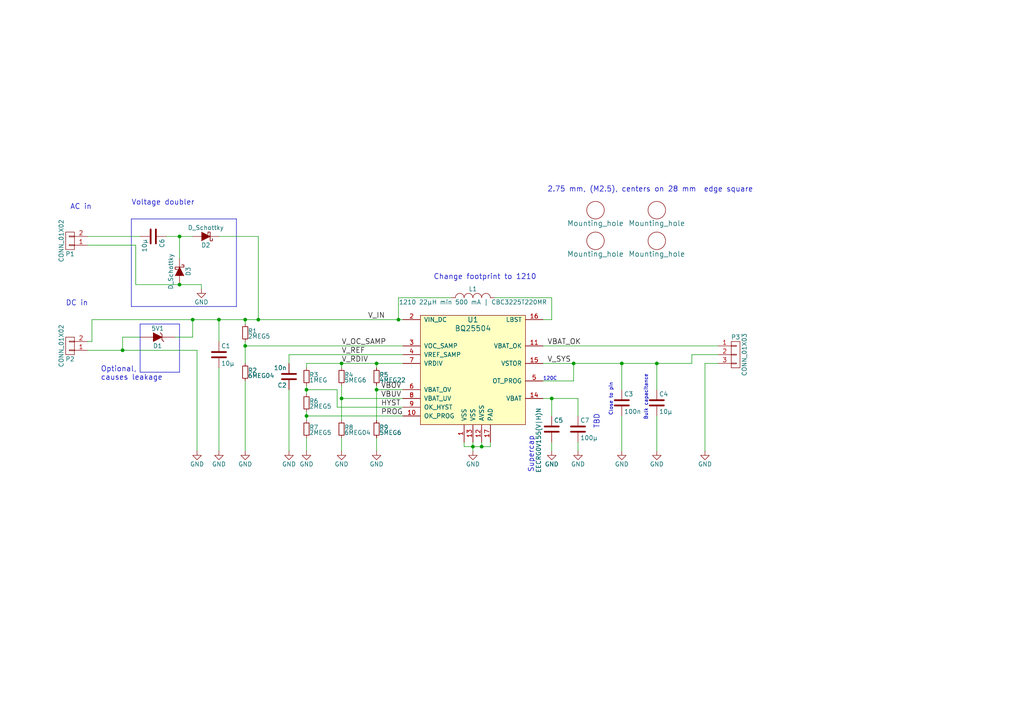
<source format=kicad_sch>
(kicad_sch (version 20230121) (generator eeschema)
  (paper "A4")
  (title_block (title "BQ25504 harvester board") (date "2015-10-27") (rev "0c8c7ee") (comment 1 "First proto version") (comment 2 "ojousima") (comment 3 "otso@ojousima.net"))
  (lib_symbols
    (symbol "bq25504-rescue:C" (pin_numbers hide) (pin_names (offset 0.254))
      (property "Reference" "C" (at 0.635 2.54 0))
      (property "Value" "C" (at 0.635 -2.54 0))
      (symbol "C_0_1"
        (polyline (pts (xy -2.032 -0.762) (xy 2.032 -0.762)) (stroke (width 0.508)))
        (polyline (pts (xy -2.032 0.762) (xy 2.032 0.762)) (stroke (width 0.508)))
      )
      (symbol "C_1_1"
        (pin passive line (at 0 3.81 270) (length 2.794) (name "~") (number "1"))
        (pin passive line (at 0 -3.81 90) (length 2.794) (name "~") (number "2"))
      )
    )
    (symbol "bq25504-rescue:CONN_01X02" (pin_names (offset 1.016) hide)
      (property "Reference" "P" (at 0 3.81 0))
      (property "Value" "CONN_01X02" (at 2.54 0 90))
      (symbol "CONN_01X02_0_1"
        (rectangle (start -1.27 -1.143) (end 0.254 -1.397))
        (rectangle (start -1.27 1.397) (end 0.254 1.143))
        (rectangle (start -1.27 2.54) (end 1.27 -2.54))
      )
      (symbol "CONN_01X02_1_1"
        (pin passive line (at -5.08 1.27 0) (length 3.81) (name "P1") (number "1"))
        (pin passive line (at -5.08 -1.27 0) (length 3.81) (name "P2") (number "2"))
      )
    )
    (symbol "bq25504-rescue:CONN_01X03" (pin_names (offset 1.016) hide)
      (property "Reference" "P" (at 0 5.08 0))
      (property "Value" "CONN_01X03" (at 2.54 0 90))
      (symbol "CONN_01X03_0_1"
        (rectangle (start -1.27 -2.413) (end 0.254 -2.667))
        (rectangle (start -1.27 0.127) (end 0.254 -0.127))
        (rectangle (start -1.27 2.667) (end 0.254 2.413))
        (rectangle (start -1.27 3.81) (end 1.27 -3.81))
      )
      (symbol "CONN_01X03_1_1"
        (pin passive line (at -5.08 2.54 0) (length 3.81) (name "P1") (number "1"))
        (pin passive line (at -5.08 0 0) (length 3.81) (name "P2") (number "2"))
        (pin passive line (at -5.08 -2.54 0) (length 3.81) (name "P3") (number "3"))
      )
    )
    (symbol "bq25504-rescue:D_Schottky" (pin_numbers hide) (pin_names (offset 1.016) hide)
      (property "Reference" "D" (at 0 2.54 0))
      (property "Value" "D_Schottky" (at 0 -2.54 0))
      (symbol "D_Schottky_0_1"
        (polyline (pts (xy 1.27 1.27) (xy -1.27 0) (xy 1.27 -1.27)) (fill (type outline)))
        (polyline (pts (xy -1.905 0.635) (xy -1.905 1.27) (xy -1.27 1.27) (xy -1.27 -1.27) (xy -0.635 -1.27) (xy -0.635 -0.635)) (stroke (width 0.2032)))
      )
      (symbol "D_Schottky_1_1"
        (pin passive line (at -3.81 0 0) (length 2.54) (name "K") (number "1"))
        (pin passive line (at 3.81 0 180) (length 2.54) (name "A") (number "2"))
      )
    )
    (symbol "bq25504-rescue:GND" (power) (pin_names (offset 0))
      (property "Value" "GND" (at 0 -3.81 0))
      (symbol "GND_0_1"
        (polyline (pts (xy 0 0) (xy 0 -1.27) (xy 1.27 -1.27) (xy 0 -2.54) (xy -1.27 -1.27) (xy 0 -1.27)))
      )
      (symbol "GND_1_1"
        (pin power_in line (at 0 0 270) (length 0) hide (name "GND") (number "1"))
      )
    )
    (symbol "bq25504-rescue:INDUCTOR_SMALL" (pin_numbers hide) (pin_names (offset 0) hide)
      (property "Reference" "L" (at 0 2.54 0))
      (property "Value" "INDUCTOR_SMALL" (at 0 -1.27 0))
      (symbol "INDUCTOR_SMALL_0_1"
        (arc (start -2.54 0) (mid -3.81 1.2645) (end -5.08 0))
        (arc (start 0 0) (mid -1.27 1.2645) (end -2.54 0))
        (arc (start 2.54 0) (mid 1.27 1.2645) (end 0 0))
        (arc (start 5.08 0) (mid 3.81 1.2645) (end 2.54 0))
      )
      (symbol "INDUCTOR_SMALL_1_1"
        (pin input line (at -6.35 0 0) (length 1.27) (name "1") (number "1"))
        (pin input line (at 6.35 0 180) (length 1.27) (name "2") (number "2"))
      )
    )
    (symbol "bq25504-rescue:R_Small" (pin_numbers hide) (pin_names (offset 0.254) hide)
      (property "Reference" "R" (at 0.762 0.508 0))
      (property "Value" "R_Small" (at 0.762 -1.016 0))
      (symbol "R_Small_0_1"
        (rectangle (start -0.762 1.778) (end 0.762 -1.778) (stroke (width 0.2032)))
      )
      (symbol "R_Small_1_1"
        (pin passive line (at 0 2.54 270) (length 0.762) (name "~") (number "1"))
        (pin passive line (at 0 -2.54 90) (length 0.762) (name "~") (number "2"))
      )
    )
    (symbol "bq25504-rescue:ZENER" (pin_numbers hide) (pin_names (offset 1.016) hide)
      (property "Reference" "D" (at 0 2.54 0))
      (property "Value" "ZENER" (at 0 -2.54 0))
      (symbol "ZENER_0_1"
        (polyline (pts (xy -1.778 1.27) (xy -1.27 0.762) (xy -1.27 -0.762) (xy -0.762 -1.27) (xy -0.762 -1.27)) (stroke (width 0.2032)))
        (polyline (pts (xy -1.27 0) (xy 1.27 1.27) (xy 1.27 -1.27) (xy -1.27 0) (xy -1.27 0)) (fill (type outline)))
      )
      (symbol "ZENER_1_1"
        (pin passive line (at -5.08 0 0) (length 3.81) (name "K") (number "1"))
        (pin passive line (at 5.08 0 180) (length 3.81) (name "A") (number "2"))
      )
    )
    (symbol "bq25504:BQ25504" (pin_names (offset 1.016))
      (property "Reference" "U" (at 0 20.32 0))
      (property "Value" "BQ25504" (at 0 17.78 0))
      (symbol "BQ25504_0_1"
        (rectangle (start -15.24 19.05) (end 15.24 -12.7) (fill (type background)))
      )
      (symbol "BQ25504_1_1"
        (pin power_in line (at -2.54 -17.78 90) (length 5.08) (name "VSS") (number "1"))
        (pin input line (at -20.32 -10.16 0) (length 5.08) (name "OK_PROG") (number "10"))
        (pin output line (at 20.32 10.16 180) (length 5.08) (name "VBAT_OK") (number "11"))
        (pin input line (at 2.54 -17.78 90) (length 5.08) (name "AVSS") (number "12"))
        (pin power_in line (at 0 -17.78 90) (length 5.08) (name "VSS") (number "13"))
        (pin bidirectional line (at 20.32 -5.08 180) (length 5.08) (name "VBAT") (number "14"))
        (pin output line (at 20.32 5.08 180) (length 5.08) (name "VSTOR") (number "15"))
        (pin input line (at 20.32 17.78 180) (length 5.08) (name "LBST") (number "16"))
        (pin passive line (at 5.08 -17.78 90) (length 5.08) (name "PAD") (number "17"))
        (pin power_in line (at -20.32 17.78 0) (length 5.08) (name "VIN_DC") (number "2"))
        (pin input line (at -20.32 10.16 0) (length 5.08) (name "VOC_SAMP") (number "3"))
        (pin input line (at -20.32 7.62 0) (length 5.08) (name "VREF_SAMP") (number "4"))
        (pin input line (at 20.32 0 180) (length 5.08) (name "OT_PROG") (number "5"))
        (pin input line (at -20.32 -2.54 0) (length 5.08) (name "VBAT_OV") (number "6"))
        (pin output line (at -20.32 5.08 0) (length 5.08) (name "VRDIV") (number "7"))
        (pin output line (at -20.32 -5.08 0) (length 5.08) (name "VBAT_UV") (number "8"))
        (pin input line (at -20.32 -7.62 0) (length 5.08) (name "OK_HYST") (number "9"))
      )
    )
    (symbol "mounting_hole:Mounting_hole" (pin_names (offset 1.016))
      (property "Value" "Mounting_hole" (at 0 -3.81 0))
      (symbol "Mounting_hole_0_1"
        (circle (center 0 0) (radius 2.54))
      )
    )
  )
  (junction (at 74.93 92.71))
  (junction (at 115.57 92.71))
  (junction (at 35.56 101.6))
  (junction (at 166.37 105.41))
  (junction (at 180.34 105.41))
  (junction (at 52.07 82.55))
  (junction (at 88.9 120.65))
  (junction (at 109.22 105.41))
  (junction (at 71.12 92.71))
  (junction (at 71.12 100.33))
  (junction (at 139.7 129.54))
  (junction (at 190.5 105.41))
  (junction (at 52.07 68.58))
  (junction (at 88.9 113.03))
  (junction (at 55.88 92.71))
  (junction (at 99.06 105.41))
  (junction (at 99.06 115.57))
  (junction (at 137.16 129.54))
  (junction (at 109.22 113.03))
  (junction (at 63.5 92.71))
  (junction (at 160.02 115.57))
  (wire (pts (xy 208.28 102.87) (xy 200.66 102.87)))
  (wire (pts (xy 25.4 68.58) (xy 40.64 68.58)))
  (polyline (pts (xy 68.58 63.5) (xy 68.58 88.9)))
  (wire (pts (xy 160.02 86.36) (xy 160.02 92.71)))
  (wire (pts (xy 71.12 92.71) (xy 74.93 92.71)))
  (wire (pts (xy 71.12 100.33) (xy 116.84 100.33)))
  (wire (pts (xy 52.07 82.55) (xy 58.42 82.55)))
  (wire (pts (xy 160.02 128.27) (xy 160.02 130.81)))
  (wire (pts (xy 88.9 105.41) (xy 99.06 105.41)))
  (wire (pts (xy 190.5 105.41) (xy 200.66 105.41)))
  (wire (pts (xy 83.82 113.03) (xy 83.82 130.81)))
  (wire (pts (xy 88.9 113.03) (xy 88.9 114.3)))
  (wire (pts (xy 143.51 86.36) (xy 160.02 86.36)))
  (wire (pts (xy 35.56 101.6) (xy 57.15 101.6)))
  (polyline (pts (xy 40.64 107.95) (xy 40.64 93.98)))
  (wire (pts (xy 99.06 111.76) (xy 99.06 115.57)))
  (polyline (pts (xy 38.1 63.5) (xy 68.58 63.5)))
  (wire (pts (xy 166.37 105.41) (xy 180.34 105.41)))
  (wire (pts (xy 137.16 128.27) (xy 137.16 129.54)))
  (wire (pts (xy 25.4 71.12) (xy 39.37 71.12)))
  (wire (pts (xy 157.48 110.49) (xy 166.37 110.49)))
  (wire (pts (xy 99.06 105.41) (xy 109.22 105.41)))
  (wire (pts (xy 180.34 120.65) (xy 180.34 130.81)))
  (wire (pts (xy 55.88 97.79) (xy 55.88 92.71)))
  (wire (pts (xy 35.56 97.79) (xy 40.64 97.79)))
  (wire (pts (xy 208.28 105.41) (xy 204.47 105.41)))
  (wire (pts (xy 109.22 106.68) (xy 109.22 105.41)))
  (wire (pts (xy 180.34 105.41) (xy 190.5 105.41)))
  (wire (pts (xy 130.81 86.36) (xy 115.57 86.36)))
  (wire (pts (xy 180.34 113.03) (xy 180.34 105.41)))
  (wire (pts (xy 134.62 128.27) (xy 134.62 129.54)))
  (wire (pts (xy 109.22 111.76) (xy 109.22 113.03)))
  (wire (pts (xy 134.62 129.54) (xy 137.16 129.54)))
  (wire (pts (xy 99.06 105.41) (xy 99.06 106.68)))
  (wire (pts (xy 116.84 120.65) (xy 88.9 120.65)))
  (wire (pts (xy 200.66 102.87) (xy 200.66 105.41)))
  (wire (pts (xy 35.56 97.79) (xy 35.56 101.6)))
  (wire (pts (xy 48.26 68.58) (xy 52.07 68.58)))
  (wire (pts (xy 190.5 105.41) (xy 190.5 113.03)))
  (wire (pts (xy 63.5 92.71) (xy 63.5 99.06)))
  (wire (pts (xy 109.22 113.03) (xy 109.22 121.92)))
  (wire (pts (xy 139.7 129.54) (xy 142.24 129.54)))
  (wire (pts (xy 99.06 115.57) (xy 99.06 121.92)))
  (wire (pts (xy 116.84 102.87) (xy 83.82 102.87)))
  (wire (pts (xy 116.84 113.03) (xy 109.22 113.03)))
  (wire (pts (xy 88.9 127) (xy 88.9 130.81)))
  (wire (pts (xy 99.06 127) (xy 99.06 130.81)))
  (wire (pts (xy 63.5 92.71) (xy 71.12 92.71)))
  (wire (pts (xy 26.67 99.06) (xy 26.67 92.71)))
  (polyline (pts (xy 40.64 93.98) (xy 52.07 93.98)))
  (wire (pts (xy 63.5 68.58) (xy 74.93 68.58)))
  (wire (pts (xy 71.12 110.49) (xy 71.12 130.81)))
  (wire (pts (xy 52.07 74.93) (xy 52.07 68.58)))
  (wire (pts (xy 190.5 120.65) (xy 190.5 130.81)))
  (wire (pts (xy 157.48 115.57) (xy 160.02 115.57)))
  (wire (pts (xy 139.7 129.54) (xy 139.7 128.27)))
  (polyline (pts (xy 52.07 107.95) (xy 40.64 107.95)))
  (wire (pts (xy 25.4 101.6) (xy 35.56 101.6)))
  (wire (pts (xy 39.37 82.55) (xy 52.07 82.55)))
  (wire (pts (xy 137.16 129.54) (xy 137.16 130.81)))
  (wire (pts (xy 160.02 115.57) (xy 160.02 120.65)))
  (wire (pts (xy 157.48 105.41) (xy 166.37 105.41)))
  (wire (pts (xy 204.47 105.41) (xy 204.47 130.81)))
  (wire (pts (xy 52.07 68.58) (xy 55.88 68.58)))
  (wire (pts (xy 88.9 111.76) (xy 88.9 113.03)))
  (wire (pts (xy 137.16 129.54) (xy 139.7 129.54)))
  (wire (pts (xy 58.42 82.55) (xy 58.42 83.82)))
  (polyline (pts (xy 68.58 88.9) (xy 38.1 88.9)))
  (wire (pts (xy 97.79 118.11) (xy 97.79 113.03)))
  (wire (pts (xy 71.12 100.33) (xy 71.12 105.41)))
  (wire (pts (xy 167.64 128.27) (xy 167.64 130.81)))
  (wire (pts (xy 88.9 119.38) (xy 88.9 120.65)))
  (wire (pts (xy 116.84 115.57) (xy 99.06 115.57)))
  (wire (pts (xy 63.5 106.68) (xy 63.5 130.81)))
  (wire (pts (xy 160.02 115.57) (xy 167.64 115.57)))
  (wire (pts (xy 88.9 120.65) (xy 88.9 121.92)))
  (wire (pts (xy 57.15 101.6) (xy 57.15 130.81)))
  (wire (pts (xy 25.4 99.06) (xy 26.67 99.06)))
  (wire (pts (xy 55.88 92.71) (xy 63.5 92.71)))
  (polyline (pts (xy 38.1 88.9) (xy 38.1 63.5)))
  (wire (pts (xy 74.93 92.71) (xy 115.57 92.71)))
  (wire (pts (xy 166.37 110.49) (xy 166.37 105.41)))
  (wire (pts (xy 109.22 127) (xy 109.22 130.81)))
  (wire (pts (xy 26.67 92.71) (xy 55.88 92.71)))
  (wire (pts (xy 115.57 86.36) (xy 115.57 92.71)))
  (wire (pts (xy 142.24 129.54) (xy 142.24 128.27)))
  (wire (pts (xy 115.57 92.71) (xy 116.84 92.71)))
  (wire (pts (xy 74.93 68.58) (xy 74.93 92.71)))
  (wire (pts (xy 39.37 71.12) (xy 39.37 82.55)))
  (wire (pts (xy 71.12 99.06) (xy 71.12 100.33)))
  (wire (pts (xy 50.8 97.79) (xy 55.88 97.79)))
  (wire (pts (xy 167.64 115.57) (xy 167.64 120.65)))
  (wire (pts (xy 88.9 105.41) (xy 88.9 106.68)))
  (wire (pts (xy 116.84 118.11) (xy 97.79 118.11)))
  (wire (pts (xy 160.02 92.71) (xy 157.48 92.71)))
  (wire (pts (xy 109.22 105.41) (xy 116.84 105.41)))
  (wire (pts (xy 83.82 102.87) (xy 83.82 105.41)))
  (wire (pts (xy 97.79 113.03) (xy 88.9 113.03)))
  (wire (pts (xy 157.48 100.33) (xy 208.28 100.33)))
  (polyline (pts (xy 52.07 93.98) (xy 52.07 107.95)))
  (wire (pts (xy 71.12 92.71) (xy 71.12 93.98)))
  (text "Close to pin" (at 177.8 120.65 90) (effects (font (size 1.016 1.016)) (justify left bottom)))
  (text "DC in" (at 19.05 88.9 0) (effects (font (size 1.524 1.524)) (justify left bottom)))
  (text "Change footprint to 1210" (at 125.73 81.28 0) (effects (font (size 1.524 1.524)) (justify left bottom)))
  (text "AC in" (at 20.32 60.96 0) (effects (font (size 1.524 1.524)) (justify left bottom)))
  (text "TBD" (at 173.99 124.46 90) (effects (font (size 1.524 1.524)) (justify left bottom)))
  (text "2.75 mm, (M2.5), centers on 28 mm  edge square" (at 158.75 55.88 0) (effects (font (size 1.524 1.524)) (justify left bottom)))
  (text "120C" (at 157.48 110.49 0) (effects (font (size 1.016 1.016)) (justify left bottom)))
  (text "Voltage doubler" (at 38.1 59.69 0) (effects (font (size 1.524 1.524)) (justify left bottom)))
  (text "Optional,\ncauses leakage" (at 29.21 110.49 0) (effects (font (size 1.524 1.524)) (justify left bottom)))
  (text "Bulk capacitance" (at 187.96 121.92 90) (effects (font (size 1.016 1.016)) (justify left bottom)))
  (text "Supercap" (at 154.94 137.16 90) (effects (font (size 1.524 1.524)) (justify left bottom)))
  (label "V_SYS" (at 158.75 105.41 0) (effects (font (size 1.524 1.524))))
  (label "V_IN" (at 106.68 92.71 0) (effects (font (size 1.524 1.524))))
  (label "V_REF" (at 99.06 102.87 0) (effects (font (size 1.524 1.524))))
  (label "VBAT_OK" (at 158.75 100.33 0) (effects (font (size 1.524 1.524))))
  (label "V_OC_SAMP" (at 99.06 100.33 0) (effects (font (size 1.524 1.524))))
  (label "VBUV" (at 110.49 115.57 0) (effects (font (size 1.524 1.524))))
  (label "HYST" (at 110.49 118.11 0) (effects (font (size 1.524 1.524))))
  (label "PROG" (at 110.49 120.65 0) (effects (font (size 1.524 1.524))))
  (label "V_RDIV" (at 99.06 105.41 0) (effects (font (size 1.524 1.524))))
  (label "VBOV" (at 110.49 113.03 0) (effects (font (size 1.524 1.524))))
  (symbol (lib_id "bq25504:BQ25504") (at 137.16 110.49 0) (unit 1)
    (property "Reference" "U1" (at 137.16 92.71 0) (effects (font (size 1.524 1.524))))
    (property "Value" "BQ25504" (at 137.16 95.25 0) (effects (font (size 1.524 1.524))))
    (property "Footprint" "footprints:QFN-16-1EP_3x3mm_Pitch0.5mm" (effects hide))
  )
  (symbol (lib_id "bq25504-rescue:INDUCTOR_SMALL") (at 137.16 86.36 0) (unit 1)
    (property "Reference" "L1" (at 137.16 83.82 0))
    (property "Value" "1210 22µH min 500 mA | CBC3225T220MR" (at 137.16 87.63 0))
    (property "Footprint" "footprints:SMD1206_A" (effects hide))
  )
  (symbol (lib_id "bq25504-rescue:C") (at 63.5 102.87 0) (unit 1)
    (property "Reference" "C1" (at 64.135 100.33 0) (effects (justify left)))
    (property "Value" "10µ" (at 64.135 105.41 0) (effects (justify left)))
    (property "Footprint" "footprints:SMD0603_A" (effects hide))
  )
  (symbol (lib_id "bq25504-rescue:R_Small") (at 71.12 96.52 0) (unit 1)
    (property "Reference" "R1" (at 71.882 96.012 0) (effects (justify left)))
    (property "Value" "2MEG5" (at 71.882 97.536 0) (effects (justify left)))
    (property "Footprint" "footprints:SMD0603_A" (effects hide))
  )
  (symbol (lib_id "bq25504-rescue:R_Small") (at 71.12 107.95 0) (unit 1)
    (property "Reference" "R2" (at 71.882 107.442 0) (effects (justify left)))
    (property "Value" "6MEG04" (at 71.882 108.966 0) (effects (justify left)))
    (property "Footprint" "footprints:SMD0603_A" (effects hide))
  )
  (symbol (lib_id "bq25504-rescue:R_Small") (at 88.9 109.22 0) (unit 1)
    (property "Reference" "R3" (at 89.662 108.712 0) (effects (justify left)))
    (property "Value" "1MEG" (at 89.662 110.236 0) (effects (justify left)))
    (property "Footprint" "footprints:SMD0603_A" (effects hide))
  )
  (symbol (lib_id "bq25504-rescue:R_Small") (at 99.06 109.22 0) (unit 1)
    (property "Reference" "R4" (at 99.822 108.712 0) (effects (justify left)))
    (property "Value" "5MEG6" (at 99.822 110.236 0) (effects (justify left)))
    (property "Footprint" "footprints:SMD0603_A" (effects hide))
  )
  (symbol (lib_id "bq25504-rescue:R_Small") (at 109.22 109.22 0) (unit 1)
    (property "Reference" "R5" (at 109.982 108.712 0) (effects (justify left)))
    (property "Value" "4MEG22" (at 109.982 110.236 0) (effects (justify left)))
    (property "Footprint" "footprints:SMD0603_A" (effects hide))
  )
  (symbol (lib_id "bq25504-rescue:R_Small") (at 109.22 124.46 0) (unit 1)
    (property "Reference" "R9" (at 109.982 123.952 0) (effects (justify left)))
    (property "Value" "5MEG6" (at 109.982 125.476 0) (effects (justify left)))
    (property "Footprint" "footprints:SMD0603_A" (effects hide))
  )
  (symbol (lib_id "bq25504-rescue:R_Small") (at 88.9 116.84 0) (unit 1)
    (property "Reference" "R6" (at 89.662 116.332 0) (effects (justify left)))
    (property "Value" "2MEG5" (at 89.662 117.856 0) (effects (justify left)))
    (property "Footprint" "footprints:SMD0603_A" (effects hide))
  )
  (symbol (lib_id "bq25504-rescue:R_Small") (at 88.9 124.46 0) (unit 1)
    (property "Reference" "R7" (at 89.662 123.952 0) (effects (justify left)))
    (property "Value" "2MEG5" (at 89.662 125.476 0) (effects (justify left)))
    (property "Footprint" "footprints:SMD0603_A" (effects hide))
  )
  (symbol (lib_id "bq25504-rescue:R_Small") (at 99.06 124.46 0) (unit 1)
    (property "Reference" "R8" (at 99.822 123.952 0) (effects (justify left)))
    (property "Value" "6MEG04" (at 99.822 125.476 0) (effects (justify left)))
    (property "Footprint" "footprints:SMD0603_A" (effects hide))
  )
  (symbol (lib_id "bq25504-rescue:C") (at 180.34 116.84 0) (unit 1)
    (property "Reference" "C3" (at 180.975 114.3 0) (effects (justify left)))
    (property "Value" "100n" (at 180.975 119.38 0) (effects (justify left)))
    (property "Footprint" "footprints:SMD0603_A" (effects hide))
  )
  (symbol (lib_id "bq25504-rescue:C") (at 190.5 116.84 0) (unit 1)
    (property "Reference" "C4" (at 191.135 114.3 0) (effects (justify left)))
    (property "Value" "10µ" (at 191.135 119.38 0) (effects (justify left)))
    (property "Footprint" "footprints:SMD0603_A" (effects hide))
  )
  (symbol (lib_id "bq25504-rescue:GND") (at 63.5 130.81 0) (unit 1)
    (property "Reference" "#PWR01" (effects hide))
    (property "Value" "GND" (at 63.5 134.62 0))
  )
  (symbol (lib_id "bq25504-rescue:GND") (at 71.12 130.81 0) (unit 1)
    (property "Reference" "#PWR02" (effects hide))
    (property "Value" "GND" (at 71.12 134.62 0))
  )
  (symbol (lib_id "bq25504-rescue:GND") (at 88.9 130.81 0) (unit 1)
    (property "Reference" "#PWR03" (effects hide))
    (property "Value" "GND" (at 88.9 134.62 0))
  )
  (symbol (lib_id "bq25504-rescue:GND") (at 99.06 130.81 0) (unit 1)
    (property "Reference" "#PWR04" (effects hide))
    (property "Value" "GND" (at 99.06 134.62 0))
  )
  (symbol (lib_id "bq25504-rescue:GND") (at 109.22 130.81 0) (unit 1)
    (property "Reference" "#PWR05" (effects hide))
    (property "Value" "GND" (at 109.22 134.62 0))
  )
  (symbol (lib_id "bq25504-rescue:GND") (at 137.16 130.81 0) (unit 1)
    (property "Reference" "#PWR06" (effects hide))
    (property "Value" "GND" (at 137.16 134.62 0))
  )
  (symbol (lib_id "bq25504-rescue:GND") (at 180.34 130.81 0) (unit 1)
    (property "Reference" "#PWR07" (effects hide))
    (property "Value" "GND" (at 180.34 134.62 0))
  )
  (symbol (lib_id "bq25504-rescue:GND") (at 190.5 130.81 0) (unit 1)
    (property "Reference" "#PWR08" (effects hide))
    (property "Value" "GND" (at 190.5 134.62 0))
  )
  (symbol (lib_id "bq25504-rescue:C") (at 83.82 109.22 180) (unit 1)
    (property "Reference" "C2" (at 83.185 111.76 0) (effects (justify left)))
    (property "Value" "10n" (at 83.185 106.68 0) (effects (justify left)))
    (property "Footprint" "footprints:SMD0603_A" (effects hide))
  )
  (symbol (lib_id "bq25504-rescue:GND") (at 83.82 130.81 0) (unit 1)
    (property "Reference" "#PWR09" (effects hide))
    (property "Value" "GND" (at 83.82 134.62 0))
  )
  (symbol (lib_id "bq25504-rescue:C") (at 160.02 124.46 0) (unit 1)
    (property "Reference" "C5" (at 160.655 121.92 0) (effects (justify left)))
    (property "Value" "EECRG0V155(V|H)N" (at 156.21 137.16 90) (effects (justify left)))
    (property "Footprint" "footprints:EECRG0V155HN" (effects hide))
  )
  (symbol (lib_id "bq25504-rescue:GND") (at 160.02 130.81 0) (unit 1)
    (property "Reference" "#PWR010" (effects hide))
    (property "Value" "GND" (at 160.02 134.62 0))
  )
  (symbol (lib_id "bq25504-rescue:CONN_01X02") (at 20.32 100.33 180) (unit 1)
    (property "Reference" "P2" (at 20.32 104.14 0))
    (property "Value" "CONN_01X02" (at 17.78 100.33 90))
    (property "Footprint" "footprints:Pin_Header_Straight_1x02" (effects hide))
  )
  (symbol (lib_id "bq25504-rescue:GND") (at 57.15 130.81 0) (unit 1)
    (property "Reference" "#PWR011" (effects hide))
    (property "Value" "GND" (at 57.15 134.62 0))
  )
  (symbol (lib_id "bq25504-rescue:CONN_01X02") (at 20.32 69.85 180) (unit 1)
    (property "Reference" "P1" (at 20.32 73.66 0))
    (property "Value" "CONN_01X02" (at 17.78 69.85 90))
    (property "Footprint" "footprints:Pin_Header_Straight_1x02" (effects hide))
  )
  (symbol (lib_id "bq25504-rescue:CONN_01X03") (at 213.36 102.87 0) (unit 1)
    (property "Reference" "P3" (at 213.36 97.79 0))
    (property "Value" "CONN_01X03" (at 215.9 102.87 90))
    (property "Footprint" "footprints:Pin_Header_Straight_1x05" (effects hide))
  )
  (symbol (lib_id "bq25504-rescue:GND") (at 204.47 130.81 0) (unit 1)
    (property "Reference" "#PWR012" (effects hide))
    (property "Value" "GND" (at 204.47 134.62 0))
  )
  (symbol (lib_id "mounting_hole:Mounting_hole") (at 172.72 60.96 0) (unit 1)
    (property "Reference" "NC1" (effects hide))
    (property "Value" "Mounting_hole" (at 172.72 64.77 0) (effects (font (size 1.524 1.524))))
    (property "Footprint" "footprints:m2.5_mechanical_npth_mount" (effects hide))
  )
  (symbol (lib_id "mounting_hole:Mounting_hole") (at 190.5 60.96 0) (unit 1)
    (property "Reference" "NC3" (effects hide))
    (property "Value" "Mounting_hole" (at 190.5 64.77 0) (effects (font (size 1.524 1.524))))
    (property "Footprint" "footprints:m2.5_mechanical_npth_mount" (effects hide))
  )
  (symbol (lib_id "mounting_hole:Mounting_hole") (at 172.72 69.85 0) (unit 1)
    (property "Reference" "NC2" (effects hide))
    (property "Value" "Mounting_hole" (at 172.72 73.66 0) (effects (font (size 1.524 1.524))))
    (property "Footprint" "footprints:m2.5_mechanical_npth_mount" (effects hide))
  )
  (symbol (lib_id "mounting_hole:Mounting_hole") (at 190.5 69.85 0) (unit 1)
    (property "Reference" "NC4" (effects hide))
    (property "Value" "Mounting_hole" (at 190.5 73.66 0) (effects (font (size 1.524 1.524))))
    (property "Footprint" "footprints:m2.5_mechanical_npth_mount" (effects hide))
  )
  (symbol (lib_id "bq25504-rescue:D_Schottky") (at 59.69 68.58 180) (unit 1)
    (property "Reference" "D2" (at 59.69 71.12 0))
    (property "Value" "D_Schottky" (at 59.69 66.04 0))
    (property "Footprint" "footprints:SOD-323-A" (effects hide))
  )
  (symbol (lib_id "bq25504-rescue:C") (at 44.45 68.58 270) (unit 1)
    (property "Reference" "C6" (at 46.99 69.215 0) (effects (justify left)))
    (property "Value" "10µ" (at 41.91 69.215 0) (effects (justify left)))
    (property "Footprint" "footprints:SMD0603_A" (effects hide))
  )
  (symbol (lib_id "bq25504-rescue:D_Schottky") (at 52.07 78.74 270) (unit 1)
    (property "Reference" "D3" (at 54.61 78.74 0))
    (property "Value" "D_Schottky" (at 49.53 78.74 0))
    (property "Footprint" "footprints:SOD-323-A" (effects hide))
  )
  (symbol (lib_id "bq25504-rescue:GND") (at 58.42 83.82 0) (unit 1)
    (property "Reference" "#PWR013" (effects hide))
    (property "Value" "GND" (at 58.42 87.63 0))
  )
  (symbol (lib_id "bq25504-rescue:ZENER") (at 45.72 97.79 180) (unit 1)
    (property "Reference" "D1" (at 45.72 100.33 0))
    (property "Value" "5V1" (at 45.72 95.25 0))
  )
  (symbol (lib_id "bq25504-rescue:C") (at 167.64 124.46 0) (unit 1)
    (property "Reference" "C7" (at 168.275 121.92 0) (effects (justify left)))
    (property "Value" "100µ" (at 168.275 127 0) (effects (justify left)))
  )
  (symbol (lib_id "bq25504-rescue:GND") (at 167.64 130.81 0) (unit 1)
    (property "Reference" "#PWR014" (effects hide))
    (property "Value" "GND" (at 167.64 134.62 0))
  )
)
</source>
